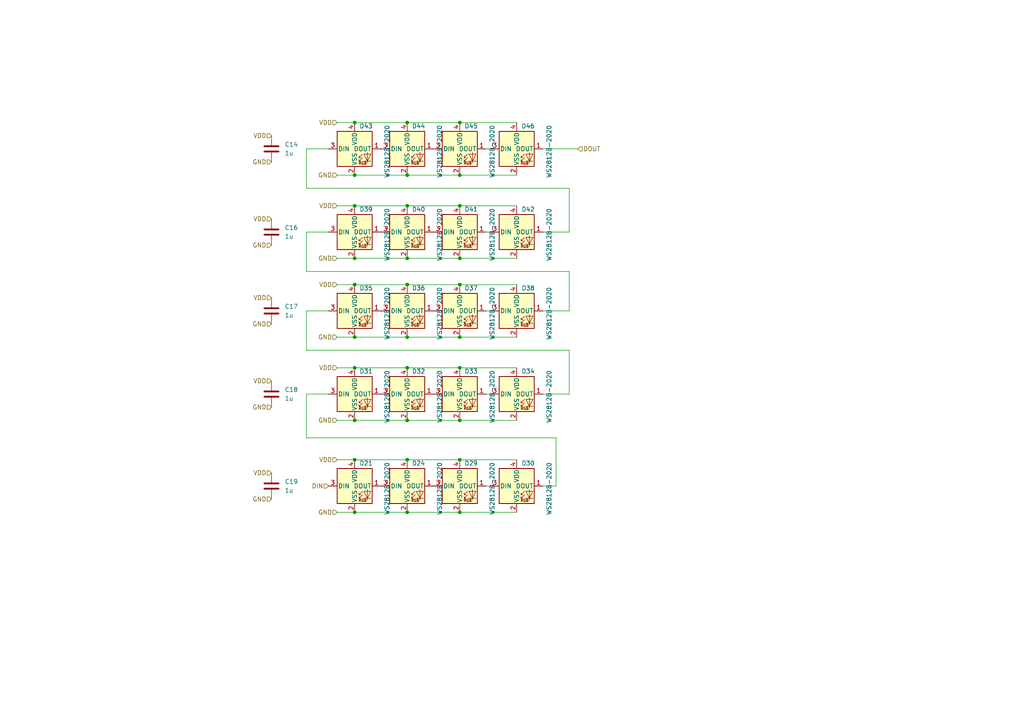
<source format=kicad_sch>
(kicad_sch (version 20231120) (generator "eeschema") (generator_version "8.0")
  (paper "A4")
  (title_block (rev "PY/A0 (1.1)") (company "MOTIV.PW"))
  (lib_symbols
    (symbol "Device:C" (pin_numbers hide) (pin_names (offset 0.254))
      (property "Reference" "C" (at 0.635 2.54 0))
      (property "Value" "C" (at 0.635 -2.54 0))
      (symbol "C_0_1"
        (polyline (pts (xy -2.032 -0.762) (xy 2.032 -0.762)) (stroke (width 0.508)))
        (polyline (pts (xy -2.032 0.762) (xy 2.032 0.762)) (stroke (width 0.508)))
      )
      (symbol "C_1_1"
        (pin passive line (at 0 3.81 270) (length 2.794) (name "~") (number "1"))
        (pin passive line (at 0 -3.81 90) (length 2.794) (name "~") (number "2"))
      )
    )
    (symbol "LED:WS2812B-2020" (pin_names (offset 0.254))
      (property "Reference" "D" (at 5.08 5.715 0))
      (property "Value" "WS2812B-2020" (at 1.27 -5.715 0))
      (symbol "WS2812B-2020_0_0"
        (text "RGB" (at 2.286 -4.191 0) (effects (font (size 0.762 0.762))))
      )
      (symbol "WS2812B-2020_0_1"
        (polyline (pts (xy 1.27 -3.556) (xy 1.778 -3.556)))
        (polyline (pts (xy 1.27 -2.54) (xy 1.778 -2.54)))
        (polyline (pts (xy 4.699 -3.556) (xy 2.667 -3.556)))
        (polyline (pts (xy 2.286 -2.54) (xy 1.27 -3.556) (xy 1.27 -3.048)))
        (polyline (pts (xy 2.286 -1.524) (xy 1.27 -2.54) (xy 1.27 -2.032)))
        (polyline (pts (xy 3.683 -1.016) (xy 3.683 -3.556) (xy 3.683 -4.064)))
        (polyline (pts (xy 4.699 -1.524) (xy 2.667 -1.524) (xy 3.683 -3.556) (xy 4.699 -1.524)))
        (rectangle (start 5.08 5.08) (end -5.08 -5.08) (stroke (width 0.254)) (fill (type background)))
      )
      (symbol "WS2812B-2020_1_1"
        (pin output line (at 7.62 0 180) (length 2.54) (name "DOUT") (number "1"))
        (pin power_in line (at 0 -7.62 90) (length 2.54) (name "VSS") (number "2"))
        (pin input line (at -7.62 0 0) (length 2.54) (name "DIN") (number "3"))
        (pin power_in line (at 0 7.62 270) (length 2.54) (name "VDD") (number "4"))
      )
    )
  )
  (junction (at 102.87 133.35))
  (junction (at 102.87 74.93))
  (junction (at 118.11 35.56))
  (junction (at 118.11 74.93))
  (junction (at 133.35 50.8))
  (junction (at 133.35 97.79))
  (junction (at 133.35 121.92))
  (junction (at 102.87 97.79))
  (junction (at 102.87 59.69))
  (junction (at 133.35 82.55))
  (junction (at 118.11 59.69))
  (junction (at 102.87 82.55))
  (junction (at 118.11 50.8))
  (junction (at 118.11 106.68))
  (junction (at 118.11 148.59))
  (junction (at 133.35 59.69))
  (junction (at 118.11 133.35))
  (junction (at 118.11 82.55))
  (junction (at 118.11 97.79))
  (junction (at 102.87 35.56))
  (junction (at 118.11 121.92))
  (junction (at 102.87 106.68))
  (junction (at 133.35 74.93))
  (junction (at 102.87 148.59))
  (junction (at 102.87 121.92))
  (junction (at 133.35 148.59))
  (junction (at 133.35 133.35))
  (junction (at 102.87 50.8))
  (junction (at 133.35 106.68))
  (junction (at 133.35 35.56))
  (wire (pts (xy 118.11 121.92) (xy 133.35 121.92)))
  (wire (pts (xy 165.1 90.17) (xy 165.1 78.74)))
  (wire (pts (xy 102.87 121.92) (xy 118.11 121.92)))
  (wire (pts (xy 118.11 133.35) (xy 133.35 133.35)))
  (wire (pts (xy 88.9 127) (xy 88.9 114.3)))
  (wire (pts (xy 88.9 78.74) (xy 88.9 67.31)))
  (wire (pts (xy 133.35 133.35) (xy 149.86 133.35)))
  (wire (pts (xy 102.87 148.59) (xy 118.11 148.59)))
  (wire (pts (xy 88.9 54.61) (xy 88.9 43.18)))
  (wire (pts (xy 142.24 67.31) (xy 140.97 67.31)))
  (wire (pts (xy 97.79 121.92) (xy 102.87 121.92)))
  (wire (pts (xy 102.87 97.79) (xy 118.11 97.79)))
  (wire (pts (xy 165.1 67.31) (xy 165.1 54.61)))
  (wire (pts (xy 157.48 67.31) (xy 165.1 67.31)))
  (wire (pts (xy 97.79 82.55) (xy 102.87 82.55)))
  (wire (pts (xy 97.79 97.79) (xy 102.87 97.79)))
  (wire (pts (xy 118.11 35.56) (xy 133.35 35.56)))
  (wire (pts (xy 142.24 114.3) (xy 140.97 114.3)))
  (wire (pts (xy 157.48 90.17) (xy 165.1 90.17)))
  (wire (pts (xy 133.35 97.79) (xy 149.86 97.79)))
  (wire (pts (xy 133.35 50.8) (xy 149.86 50.8)))
  (wire (pts (xy 118.11 74.93) (xy 133.35 74.93)))
  (wire (pts (xy 97.79 148.59) (xy 102.87 148.59)))
  (wire (pts (xy 97.79 50.8) (xy 102.87 50.8)))
  (wire (pts (xy 88.9 101.6) (xy 88.9 90.17)))
  (wire (pts (xy 118.11 59.69) (xy 133.35 59.69)))
  (wire (pts (xy 165.1 78.74) (xy 88.9 78.74)))
  (wire (pts (xy 133.35 74.93) (xy 149.86 74.93)))
  (wire (pts (xy 118.11 148.59) (xy 133.35 148.59)))
  (wire (pts (xy 142.24 43.18) (xy 140.97 43.18)))
  (wire (pts (xy 133.35 106.68) (xy 149.86 106.68)))
  (wire (pts (xy 118.11 106.68) (xy 133.35 106.68)))
  (wire (pts (xy 97.79 106.68) (xy 102.87 106.68)))
  (wire (pts (xy 161.29 127) (xy 88.9 127)))
  (wire (pts (xy 142.24 140.97) (xy 140.97 140.97)))
  (wire (pts (xy 133.35 148.59) (xy 149.86 148.59)))
  (wire (pts (xy 133.35 35.56) (xy 149.86 35.56)))
  (wire (pts (xy 102.87 35.56) (xy 118.11 35.56)))
  (wire (pts (xy 133.35 121.92) (xy 149.86 121.92)))
  (wire (pts (xy 97.79 74.93) (xy 102.87 74.93)))
  (wire (pts (xy 133.35 82.55) (xy 149.86 82.55)))
  (wire (pts (xy 161.29 140.97) (xy 161.29 127)))
  (wire (pts (xy 165.1 101.6) (xy 88.9 101.6)))
  (wire (pts (xy 88.9 67.31) (xy 95.25 67.31)))
  (wire (pts (xy 165.1 114.3) (xy 165.1 101.6)))
  (wire (pts (xy 118.11 82.55) (xy 133.35 82.55)))
  (wire (pts (xy 118.11 50.8) (xy 133.35 50.8)))
  (wire (pts (xy 97.79 133.35) (xy 102.87 133.35)))
  (wire (pts (xy 118.11 97.79) (xy 133.35 97.79)))
  (wire (pts (xy 102.87 50.8) (xy 118.11 50.8)))
  (wire (pts (xy 165.1 54.61) (xy 88.9 54.61)))
  (wire (pts (xy 102.87 82.55) (xy 118.11 82.55)))
  (wire (pts (xy 157.48 140.97) (xy 161.29 140.97)))
  (wire (pts (xy 88.9 114.3) (xy 95.25 114.3)))
  (wire (pts (xy 97.79 59.69) (xy 102.87 59.69)))
  (wire (pts (xy 142.24 90.17) (xy 140.97 90.17)))
  (wire (pts (xy 102.87 59.69) (xy 118.11 59.69)))
  (wire (pts (xy 102.87 133.35) (xy 118.11 133.35)))
  (wire (pts (xy 97.79 35.56) (xy 102.87 35.56)))
  (wire (pts (xy 102.87 106.68) (xy 118.11 106.68)))
  (wire (pts (xy 167.64 43.18) (xy 157.48 43.18)))
  (wire (pts (xy 157.48 114.3) (xy 165.1 114.3)))
  (wire (pts (xy 88.9 90.17) (xy 95.25 90.17)))
  (wire (pts (xy 133.35 59.69) (xy 149.86 59.69)))
  (wire (pts (xy 102.87 74.93) (xy 118.11 74.93)))
  (wire (pts (xy 88.9 43.18) (xy 95.25 43.18)))
  (hierarchical_label "GND" (shape input) (at 97.79 50.8 180))
  (hierarchical_label "GND" (shape input) (at 78.74 144.78 180))
  (hierarchical_label "DIN" (shape input) (at 95.25 140.97 180))
  (hierarchical_label "VDD" (shape input) (at 97.79 59.69 180))
  (hierarchical_label "DOUT" (shape input) (at 167.64 43.18 0))
  (hierarchical_label "VDD" (shape input) (at 78.74 86.36 180))
  (hierarchical_label "GND" (shape input) (at 97.79 121.92 180))
  (hierarchical_label "VDD" (shape input) (at 97.79 82.55 180))
  (hierarchical_label "VDD" (shape input) (at 97.79 35.56 180))
  (hierarchical_label "VDD" (shape input) (at 78.74 39.37 180))
  (hierarchical_label "VDD" (shape input) (at 78.74 110.49 180))
  (hierarchical_label "GND" (shape input) (at 78.74 46.99 180))
  (hierarchical_label "GND" (shape input) (at 97.79 148.59 180))
  (hierarchical_label "VDD" (shape input) (at 97.79 106.68 180))
  (hierarchical_label "GND" (shape input) (at 78.74 93.98 180))
  (hierarchical_label "VDD" (shape input) (at 78.74 63.5 180))
  (hierarchical_label "GND" (shape input) (at 97.79 97.79 180))
  (hierarchical_label "VDD" (shape input) (at 97.79 133.35 180))
  (hierarchical_label "VDD" (shape input) (at 78.74 137.16 180))
  (hierarchical_label "GND" (shape input) (at 78.74 118.11 180))
  (hierarchical_label "GND" (shape input) (at 78.74 71.12 180))
  (hierarchical_label "GND" (shape input) (at 97.79 74.93 180))
  (symbol (lib_id "LED:WS2812B-2020") (at 133.35 90.17 0) (unit 1)
    (property "Reference" "D37" (at 136.652 83.566 0))
    (property "Value" "WS2812B-2020" (at 142.748 90.932 90))
    (property "Footprint" "LED_SMD:LED_WS2812B-2020_PLCC4_2.0x2.0mm" (effects (hide yes)))
    (property "Datasheet" "https://cdn-shop.adafruit.com/product-files/4684/4684_WS2812B-2020_V1.3_EN.pdf" (effects (hide yes)))
    (property "Description" "RGB LED with integrated controller, 2.0 x 2.0 mm, 12 mA" (effects (hide yes)))
  )
  (symbol (lib_id "LED:WS2812B-2020") (at 102.87 90.17 0) (unit 1)
    (property "Reference" "D35" (at 106.172 83.566 0))
    (property "Value" "WS2812B-2020" (at 112.268 90.932 90))
    (property "Footprint" "LED_SMD:LED_WS2812B-2020_PLCC4_2.0x2.0mm" (effects (hide yes)))
    (property "Datasheet" "https://cdn-shop.adafruit.com/product-files/4684/4684_WS2812B-2020_V1.3_EN.pdf" (effects (hide yes)))
    (property "Description" "RGB LED with integrated controller, 2.0 x 2.0 mm, 12 mA" (effects (hide yes)))
  )
  (symbol (lib_id "LED:WS2812B-2020") (at 133.35 140.97 0) (unit 1)
    (property "Reference" "D29" (at 136.652 134.366 0))
    (property "Value" "WS2812B-2020" (at 142.748 141.732 90))
    (property "Footprint" "LED_SMD:LED_WS2812B-2020_PLCC4_2.0x2.0mm" (effects (hide yes)))
    (property "Datasheet" "https://cdn-shop.adafruit.com/product-files/4684/4684_WS2812B-2020_V1.3_EN.pdf" (effects (hide yes)))
    (property "Description" "RGB LED with integrated controller, 2.0 x 2.0 mm, 12 mA" (effects (hide yes)))
  )
  (symbol (lib_id "LED:WS2812B-2020") (at 102.87 67.31 0) (unit 1)
    (property "Reference" "D39" (at 106.172 60.706 0))
    (property "Value" "WS2812B-2020" (at 112.268 68.072 90))
    (property "Footprint" "LED_SMD:LED_WS2812B-2020_PLCC4_2.0x2.0mm" (effects (hide yes)))
    (property "Datasheet" "https://cdn-shop.adafruit.com/product-files/4684/4684_WS2812B-2020_V1.3_EN.pdf" (effects (hide yes)))
    (property "Description" "RGB LED with integrated controller, 2.0 x 2.0 mm, 12 mA" (effects (hide yes)))
  )
  (symbol (lib_id "LED:WS2812B-2020") (at 149.86 67.31 0) (unit 1)
    (property "Reference" "D42" (at 153.162 60.706 0))
    (property "Value" "WS2812B-2020" (at 159.258 68.072 90))
    (property "Footprint" "LED_SMD:LED_WS2812B-2020_PLCC4_2.0x2.0mm" (effects (hide yes)))
    (property "Datasheet" "https://cdn-shop.adafruit.com/product-files/4684/4684_WS2812B-2020_V1.3_EN.pdf" (effects (hide yes)))
    (property "Description" "RGB LED with integrated controller, 2.0 x 2.0 mm, 12 mA" (effects (hide yes)))
  )
  (symbol (lib_id "LED:WS2812B-2020") (at 133.35 114.3 0) (unit 1)
    (property "Reference" "D33" (at 136.652 107.696 0))
    (property "Value" "WS2812B-2020" (at 142.748 115.062 90))
    (property "Footprint" "LED_SMD:LED_WS2812B-2020_PLCC4_2.0x2.0mm" (effects (hide yes)))
    (property "Datasheet" "https://cdn-shop.adafruit.com/product-files/4684/4684_WS2812B-2020_V1.3_EN.pdf" (effects (hide yes)))
    (property "Description" "RGB LED with integrated controller, 2.0 x 2.0 mm, 12 mA" (effects (hide yes)))
  )
  (symbol (lib_id "LED:WS2812B-2020") (at 149.86 43.18 0) (unit 1)
    (property "Reference" "D46" (at 153.162 36.576 0))
    (property "Value" "WS2812B-2020" (at 159.258 43.942 90))
    (property "Footprint" "LED_SMD:LED_WS2812B-2020_PLCC4_2.0x2.0mm" (effects (hide yes)))
    (property "Datasheet" "https://cdn-shop.adafruit.com/product-files/4684/4684_WS2812B-2020_V1.3_EN.pdf" (effects (hide yes)))
    (property "Description" "RGB LED with integrated controller, 2.0 x 2.0 mm, 12 mA" (effects (hide yes)))
  )
  (symbol (lib_id "LED:WS2812B-2020") (at 102.87 43.18 0) (unit 1)
    (property "Reference" "D43" (at 106.172 36.576 0))
    (property "Value" "WS2812B-2020" (at 112.268 43.942 90))
    (property "Footprint" "LED_SMD:LED_WS2812B-2020_PLCC4_2.0x2.0mm" (effects (hide yes)))
    (property "Datasheet" "https://cdn-shop.adafruit.com/product-files/4684/4684_WS2812B-2020_V1.3_EN.pdf" (effects (hide yes)))
    (property "Description" "RGB LED with integrated controller, 2.0 x 2.0 mm, 12 mA" (effects (hide yes)))
  )
  (symbol (lib_id "Device:C") (at 78.74 114.3 0) (unit 1)
    (property "Reference" "C18" (at 82.55 113.0299 0) (effects (justify left)))
    (property "Value" "1u" (at 82.55 115.5699 0) (effects (justify left)))
    (property "Footprint" "Capacitor_SMD:C_0805_2012Metric_Pad1.18x1.45mm_HandSolder" (effects (hide yes)))
    (property "Description" "Unpolarized capacitor" (effects (hide yes)))
  )
  (symbol (lib_id "LED:WS2812B-2020") (at 102.87 140.97 0) (unit 1)
    (property "Reference" "D21" (at 106.172 134.366 0))
    (property "Value" "WS2812B-2020" (at 112.268 141.732 90))
    (property "Footprint" "LED_SMD:LED_WS2812B-2020_PLCC4_2.0x2.0mm" (effects (hide yes)))
    (property "Datasheet" "https://cdn-shop.adafruit.com/product-files/4684/4684_WS2812B-2020_V1.3_EN.pdf" (effects (hide yes)))
    (property "Description" "RGB LED with integrated controller, 2.0 x 2.0 mm, 12 mA" (effects (hide yes)))
  )
  (symbol (lib_id "LED:WS2812B-2020") (at 133.35 67.31 0) (unit 1)
    (property "Reference" "D41" (at 136.652 60.706 0))
    (property "Value" "WS2812B-2020" (at 142.748 68.072 90))
    (property "Footprint" "LED_SMD:LED_WS2812B-2020_PLCC4_2.0x2.0mm" (effects (hide yes)))
    (property "Datasheet" "https://cdn-shop.adafruit.com/product-files/4684/4684_WS2812B-2020_V1.3_EN.pdf" (effects (hide yes)))
    (property "Description" "RGB LED with integrated controller, 2.0 x 2.0 mm, 12 mA" (effects (hide yes)))
  )
  (symbol (lib_id "LED:WS2812B-2020") (at 118.11 67.31 0) (unit 1)
    (property "Reference" "D40" (at 121.412 60.706 0))
    (property "Value" "WS2812B-2020" (at 127.508 68.072 90))
    (property "Footprint" "LED_SMD:LED_WS2812B-2020_PLCC4_2.0x2.0mm" (effects (hide yes)))
    (property "Datasheet" "https://cdn-shop.adafruit.com/product-files/4684/4684_WS2812B-2020_V1.3_EN.pdf" (effects (hide yes)))
    (property "Description" "RGB LED with integrated controller, 2.0 x 2.0 mm, 12 mA" (effects (hide yes)))
  )
  (symbol (lib_id "Device:C") (at 78.74 90.17 0) (unit 1)
    (property "Reference" "C17" (at 82.55 88.8999 0) (effects (justify left)))
    (property "Value" "1u" (at 82.55 91.4399 0) (effects (justify left)))
    (property "Footprint" "Capacitor_SMD:C_0805_2012Metric_Pad1.18x1.45mm_HandSolder" (effects (hide yes)))
    (property "Description" "Unpolarized capacitor" (effects (hide yes)))
  )
  (symbol (lib_id "LED:WS2812B-2020") (at 102.87 114.3 0) (unit 1)
    (property "Reference" "D31" (at 106.172 107.696 0))
    (property "Value" "WS2812B-2020" (at 112.268 115.062 90))
    (property "Footprint" "LED_SMD:LED_WS2812B-2020_PLCC4_2.0x2.0mm" (effects (hide yes)))
    (property "Datasheet" "https://cdn-shop.adafruit.com/product-files/4684/4684_WS2812B-2020_V1.3_EN.pdf" (effects (hide yes)))
    (property "Description" "RGB LED with integrated controller, 2.0 x 2.0 mm, 12 mA" (effects (hide yes)))
  )
  (symbol (lib_id "LED:WS2812B-2020") (at 118.11 43.18 0) (unit 1)
    (property "Reference" "D44" (at 121.412 36.576 0))
    (property "Value" "WS2812B-2020" (at 127.508 43.942 90))
    (property "Footprint" "LED_SMD:LED_WS2812B-2020_PLCC4_2.0x2.0mm" (effects (hide yes)))
    (property "Datasheet" "https://cdn-shop.adafruit.com/product-files/4684/4684_WS2812B-2020_V1.3_EN.pdf" (effects (hide yes)))
    (property "Description" "RGB LED with integrated controller, 2.0 x 2.0 mm, 12 mA" (effects (hide yes)))
  )
  (symbol (lib_id "Device:C") (at 78.74 67.31 0) (unit 1)
    (property "Reference" "C16" (at 82.55 66.0399 0) (effects (justify left)))
    (property "Value" "1u" (at 82.55 68.5799 0) (effects (justify left)))
    (property "Footprint" "Capacitor_SMD:C_0805_2012Metric_Pad1.18x1.45mm_HandSolder" (effects (hide yes)))
    (property "Description" "Unpolarized capacitor" (effects (hide yes)))
  )
  (symbol (lib_id "LED:WS2812B-2020") (at 133.35 43.18 0) (unit 1)
    (property "Reference" "D45" (at 136.652 36.576 0))
    (property "Value" "WS2812B-2020" (at 142.748 43.942 90))
    (property "Footprint" "LED_SMD:LED_WS2812B-2020_PLCC4_2.0x2.0mm" (effects (hide yes)))
    (property "Datasheet" "https://cdn-shop.adafruit.com/product-files/4684/4684_WS2812B-2020_V1.3_EN.pdf" (effects (hide yes)))
    (property "Description" "RGB LED with integrated controller, 2.0 x 2.0 mm, 12 mA" (effects (hide yes)))
  )
  (symbol (lib_id "Device:C") (at 78.74 140.97 0) (unit 1)
    (property "Reference" "C19" (at 82.55 139.6999 0) (effects (justify left)))
    (property "Value" "1u" (at 82.55 142.2399 0) (effects (justify left)))
    (property "Footprint" "Capacitor_SMD:C_0805_2012Metric_Pad1.18x1.45mm_HandSolder" (effects (hide yes)))
    (property "Description" "Unpolarized capacitor" (effects (hide yes)))
  )
  (symbol (lib_id "LED:WS2812B-2020") (at 149.86 114.3 0) (unit 1)
    (property "Reference" "D34" (at 153.162 107.696 0))
    (property "Value" "WS2812B-2020" (at 159.258 115.062 90))
    (property "Footprint" "LED_SMD:LED_WS2812B-2020_PLCC4_2.0x2.0mm" (effects (hide yes)))
    (property "Datasheet" "https://cdn-shop.adafruit.com/product-files/4684/4684_WS2812B-2020_V1.3_EN.pdf" (effects (hide yes)))
    (property "Description" "RGB LED with integrated controller, 2.0 x 2.0 mm, 12 mA" (effects (hide yes)))
  )
  (symbol (lib_id "LED:WS2812B-2020") (at 118.11 90.17 0) (unit 1)
    (property "Reference" "D36" (at 121.412 83.566 0))
    (property "Value" "WS2812B-2020" (at 127.508 90.932 90))
    (property "Footprint" "LED_SMD:LED_WS2812B-2020_PLCC4_2.0x2.0mm" (effects (hide yes)))
    (property "Datasheet" "https://cdn-shop.adafruit.com/product-files/4684/4684_WS2812B-2020_V1.3_EN.pdf" (effects (hide yes)))
    (property "Description" "RGB LED with integrated controller, 2.0 x 2.0 mm, 12 mA" (effects (hide yes)))
  )
  (symbol (lib_id "LED:WS2812B-2020") (at 149.86 140.97 0) (unit 1)
    (property "Reference" "D30" (at 153.162 134.366 0))
    (property "Value" "WS2812B-2020" (at 159.258 141.732 90))
    (property "Footprint" "LED_SMD:LED_WS2812B-2020_PLCC4_2.0x2.0mm" (effects (hide yes)))
    (property "Datasheet" "https://cdn-shop.adafruit.com/product-files/4684/4684_WS2812B-2020_V1.3_EN.pdf" (effects (hide yes)))
    (property "Description" "RGB LED with integrated controller, 2.0 x 2.0 mm, 12 mA" (effects (hide yes)))
  )
  (symbol (lib_id "LED:WS2812B-2020") (at 118.11 114.3 0) (unit 1)
    (property "Reference" "D32" (at 121.412 107.696 0))
    (property "Value" "WS2812B-2020" (at 127.508 115.062 90))
    (property "Footprint" "LED_SMD:LED_WS2812B-2020_PLCC4_2.0x2.0mm" (effects (hide yes)))
    (property "Datasheet" "https://cdn-shop.adafruit.com/product-files/4684/4684_WS2812B-2020_V1.3_EN.pdf" (effects (hide yes)))
    (property "Description" "RGB LED with integrated controller, 2.0 x 2.0 mm, 12 mA" (effects (hide yes)))
  )
  (symbol (lib_id "LED:WS2812B-2020") (at 149.86 90.17 0) (unit 1)
    (property "Reference" "D38" (at 153.162 83.566 0))
    (property "Value" "WS2812B-2020" (at 159.258 90.932 90))
    (property "Footprint" "LED_SMD:LED_WS2812B-2020_PLCC4_2.0x2.0mm" (effects (hide yes)))
    (property "Datasheet" "https://cdn-shop.adafruit.com/product-files/4684/4684_WS2812B-2020_V1.3_EN.pdf" (effects (hide yes)))
    (property "Description" "RGB LED with integrated controller, 2.0 x 2.0 mm, 12 mA" (effects (hide yes)))
  )
  (symbol (lib_id "LED:WS2812B-2020") (at 118.11 140.97 0) (unit 1)
    (property "Reference" "D24" (at 121.412 134.366 0))
    (property "Value" "WS2812B-2020" (at 127.508 141.732 90))
    (property "Footprint" "LED_SMD:LED_WS2812B-2020_PLCC4_2.0x2.0mm" (effects (hide yes)))
    (property "Datasheet" "https://cdn-shop.adafruit.com/product-files/4684/4684_WS2812B-2020_V1.3_EN.pdf" (effects (hide yes)))
    (property "Description" "RGB LED with integrated controller, 2.0 x 2.0 mm, 12 mA" (effects (hide yes)))
  )
  (symbol (lib_id "Device:C") (at 78.74 43.18 0) (unit 1)
    (property "Reference" "C14" (at 82.55 41.9099 0) (effects (justify left)))
    (property "Value" "1u" (at 82.55 44.4499 0) (effects (justify left)))
    (property "Footprint" "Capacitor_SMD:C_0805_2012Metric_Pad1.18x1.45mm_HandSolder" (effects (hide yes)))
    (property "Description" "Unpolarized capacitor" (effects (hide yes)))
  )
)
</source>
